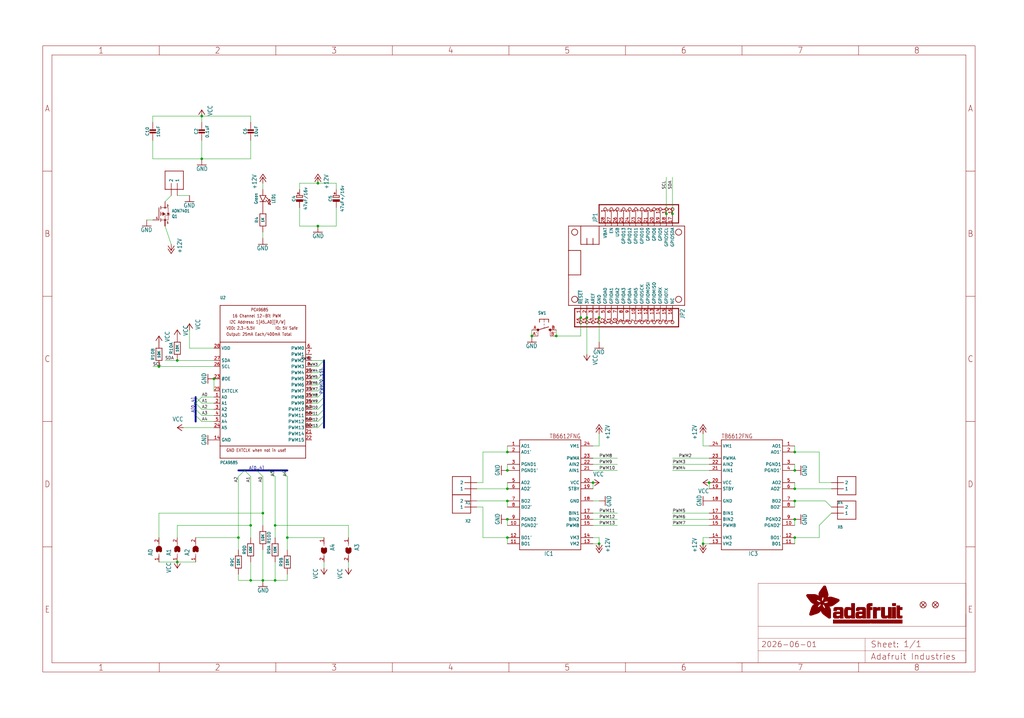
<source format=kicad_sch>
(kicad_sch (version 20230121) (generator eeschema)
  (paper "User" 425.45 298.602)
  (lib_symbols
    (symbol "working-eagle-import:+12V" (power)
      (property "Value" "+12V" (at -2.54 -5.08 90))
      (symbol "+12V_1_0"
        (pin power_in line (at 0 -2.54 90) (length 2.54) (name "+12V") (number "1"))
      )
    )
    (symbol "working-eagle-import:1X2-3.5MM"
      (symbol "1X2-3.5MM_1_0"
        (pin passive line (at -5.08 2.54 0) (length 5.08) (name "1") (number "1"))
        (pin passive line (at -5.08 0 0) (length 5.08) (name "2") (number "2"))
      )
    )
    (symbol "working-eagle-import:CAP_CERAMIC0805-NOOUTLINE"
      (property "Reference" "C" (at -2.29 1.25 90))
      (symbol "CAP_CERAMIC0805-NOOUTLINE_1_0"
        (pin passive line (at 0 5.08 270) (length 2.54) (name "1") (number "1"))
        (pin passive line (at 0 -2.54 90) (length 2.54) (name "2") (number "2"))
      )
    )
    (symbol "working-eagle-import:CAP_ELECTROLYTICPANASONIC_C"
      (property "Reference" "C" (at -2.39 1.25 90))
      (symbol "CAP_ELECTROLYTICPANASONIC_C_1_0"
        (pin passive line (at 0 5.08 270) (length 2.54) (name "+") (number "+"))
        (pin passive line (at 0 -2.54 90) (length 2.54) (name "-") (number "-"))
      )
    )
    (symbol "working-eagle-import:FEATHERWING"
      (symbol "FEATHERWING_1_0"
        (pin input line (at 5.08 -5.08 90) (length 5.08) (name "~{RESET}") (number "1"))
        (pin bidirectional line (at 27.94 -5.08 90) (length 5.08) (name "GPIOA5") (number "10"))
        (pin bidirectional line (at 30.48 -5.08 90) (length 5.08) (name "GPIOSCK") (number "11"))
        (pin bidirectional line (at 33.02 -5.08 90) (length 5.08) (name "GPIOMOSI") (number "12"))
        (pin bidirectional line (at 35.56 -5.08 90) (length 5.08) (name "GPIOMISO") (number "13"))
        (pin bidirectional line (at 38.1 -5.08 90) (length 5.08) (name "GPIORX") (number "14"))
        (pin bidirectional line (at 40.64 -5.08 90) (length 5.08) (name "GPIOTX") (number "15"))
        (pin passive line (at 43.18 -5.08 90) (length 5.08) (name "NC") (number "16"))
        (pin bidirectional line (at 43.18 38.1 270) (length 5.08) (name "GPIOSDA") (number "17"))
        (pin bidirectional line (at 40.64 38.1 270) (length 5.08) (name "GPIOSCL") (number "18"))
        (pin bidirectional line (at 38.1 38.1 270) (length 5.08) (name "GPIO5") (number "19"))
        (pin power_in line (at 7.62 -5.08 90) (length 5.08) (name "3V") (number "2"))
        (pin bidirectional line (at 35.56 38.1 270) (length 5.08) (name "GPIO6") (number "20"))
        (pin bidirectional line (at 33.02 38.1 270) (length 5.08) (name "GPIO9") (number "21"))
        (pin bidirectional line (at 30.48 38.1 270) (length 5.08) (name "GPIO10") (number "22"))
        (pin bidirectional line (at 27.94 38.1 270) (length 5.08) (name "GPIO11") (number "23"))
        (pin bidirectional line (at 25.4 38.1 270) (length 5.08) (name "GPIO12") (number "24"))
        (pin bidirectional line (at 22.86 38.1 270) (length 5.08) (name "GPIO13") (number "25"))
        (pin power_in line (at 20.32 38.1 270) (length 5.08) (name "USB") (number "26"))
        (pin passive line (at 17.78 38.1 270) (length 5.08) (name "EN") (number "27"))
        (pin power_in line (at 15.24 38.1 270) (length 5.08) (name "VBAT") (number "28"))
        (pin passive line (at 10.16 -5.08 90) (length 5.08) (name "AREF") (number "3"))
        (pin power_in line (at 12.7 -5.08 90) (length 5.08) (name "GND") (number "4"))
        (pin bidirectional line (at 15.24 -5.08 90) (length 5.08) (name "GPIOA0") (number "5"))
        (pin bidirectional line (at 17.78 -5.08 90) (length 5.08) (name "GPIOA1") (number "6"))
        (pin bidirectional line (at 20.32 -5.08 90) (length 5.08) (name "GPIOA2") (number "7"))
        (pin bidirectional line (at 22.86 -5.08 90) (length 5.08) (name "GPIOA3") (number "8"))
        (pin bidirectional line (at 25.4 -5.08 90) (length 5.08) (name "GPIOA4") (number "9"))
      )
    )
    (symbol "working-eagle-import:FIDUCIAL{dblquote}{dblquote}")
    (symbol "working-eagle-import:FRAME_A3_ADAFRUIT"
      (symbol "FRAME_A3_ADAFRUIT_1_0"
        (text "${#}/${##}" (at 357.505 10.16 0) (effects (font (size 2.54 2.54)) (justify left bottom)))
        (text "${CURRENT_DATE}" (at 298.45 10.16 0) (effects (font (size 2.286 2.286)) (justify left bottom)))
        (text "${PROJECTNAME}" (at 298.45 15.24 0) (effects (font (size 2.54 2.54)) (justify left bottom)))
        (text "1" (at 24.2094 1.905 0) (effects (font (size 2.54 2.286))))
        (text "1" (at 24.2094 258.445 0) (effects (font (size 2.54 2.286))))
        (text "2" (at 72.6281 1.905 0) (effects (font (size 2.54 2.286))))
        (text "2" (at 72.6281 258.445 0) (effects (font (size 2.54 2.286))))
        (text "3" (at 121.0469 1.905 0) (effects (font (size 2.54 2.286))))
        (text "3" (at 121.0469 258.445 0) (effects (font (size 2.54 2.286))))
        (text "4" (at 169.4656 1.905 0) (effects (font (size 2.54 2.286))))
        (text "4" (at 169.4656 258.445 0) (effects (font (size 2.54 2.286))))
        (text "5" (at 217.8844 1.905 0) (effects (font (size 2.54 2.286))))
        (text "5" (at 217.8844 258.445 0) (effects (font (size 2.54 2.286))))
        (text "6" (at 266.3031 1.905 0) (effects (font (size 2.54 2.286))))
        (text "6" (at 266.3031 258.445 0) (effects (font (size 2.54 2.286))))
        (text "7" (at 314.7219 1.905 0) (effects (font (size 2.54 2.286))))
        (text "7" (at 314.7219 258.445 0) (effects (font (size 2.54 2.286))))
        (text "8" (at 363.1406 1.905 0) (effects (font (size 2.54 2.286))))
        (text "8" (at 363.1406 258.445 0) (effects (font (size 2.54 2.286))))
        (text "A" (at 1.905 234.315 0) (effects (font (size 2.54 2.286))))
        (text "A" (at 385.445 234.315 0) (effects (font (size 2.54 2.286))))
        (text "Adafruit Industries" (at 343.916 4.953 0) (effects (font (size 2.54 2.54)) (justify left bottom)))
        (text "B" (at 1.905 182.245 0) (effects (font (size 2.54 2.286))))
        (text "B" (at 385.445 182.245 0) (effects (font (size 2.54 2.286))))
        (text "C" (at 1.905 130.175 0) (effects (font (size 2.54 2.286))))
        (text "C" (at 385.445 130.175 0) (effects (font (size 2.54 2.286))))
        (text "D" (at 1.905 78.105 0) (effects (font (size 2.54 2.286))))
        (text "D" (at 385.445 78.105 0) (effects (font (size 2.54 2.286))))
        (text "E" (at 1.905 26.035 0) (effects (font (size 2.54 2.286))))
        (text "E" (at 385.445 26.035 0) (effects (font (size 2.54 2.286))))
        (text "Sheet:" (at 343.916 10.033 0) (effects (font (size 2.54 2.54)) (justify left bottom)))
      )
    )
    (symbol "working-eagle-import:GND" (power)
      (property "Value" "GND" (at -2.54 -2.54 0))
      (symbol "GND_1_0"
        (pin power_in line (at 0 2.54 270) (length 2.54) (name "GND") (number "1"))
      )
    )
    (symbol "working-eagle-import:HEADER-1X12"
      (property "Reference" "JP" (at -6.35 18.415 0))
      (symbol "HEADER-1X12_1_0"
        (pin passive inverted (at -2.54 15.24 0) (length 2.54) (name "1") (number "1"))
        (pin passive inverted (at -2.54 -7.62 0) (length 2.54) (name "10") (number "10"))
        (pin passive inverted (at -2.54 -10.16 0) (length 2.54) (name "11") (number "11"))
        (pin passive inverted (at -2.54 -12.7 0) (length 2.54) (name "12") (number "12"))
        (pin passive inverted (at -2.54 12.7 0) (length 2.54) (name "2") (number "2"))
        (pin passive inverted (at -2.54 10.16 0) (length 2.54) (name "3") (number "3"))
        (pin passive inverted (at -2.54 7.62 0) (length 2.54) (name "4") (number "4"))
        (pin passive inverted (at -2.54 5.08 0) (length 2.54) (name "5") (number "5"))
        (pin passive inverted (at -2.54 2.54 0) (length 2.54) (name "6") (number "6"))
        (pin passive inverted (at -2.54 0 0) (length 2.54) (name "7") (number "7"))
        (pin passive inverted (at -2.54 -2.54 0) (length 2.54) (name "8") (number "8"))
        (pin passive inverted (at -2.54 -5.08 0) (length 2.54) (name "9") (number "9"))
      )
    )
    (symbol "working-eagle-import:HEADER-1X16ROUND"
      (property "Reference" "JP" (at -6.35 20.955 0))
      (symbol "HEADER-1X16ROUND_1_0"
        (pin passive inverted (at -2.54 17.78 0) (length 2.54) (name "1") (number "1"))
        (pin passive inverted (at -2.54 -5.08 0) (length 2.54) (name "10") (number "10"))
        (pin passive inverted (at -2.54 -7.62 0) (length 2.54) (name "11") (number "11"))
        (pin passive inverted (at -2.54 -10.16 0) (length 2.54) (name "12") (number "12"))
        (pin passive inverted (at -2.54 -12.7 0) (length 2.54) (name "13") (number "13"))
        (pin passive inverted (at -2.54 -15.24 0) (length 2.54) (name "14") (number "14"))
        (pin passive inverted (at -2.54 -17.78 0) (length 2.54) (name "15") (number "15"))
        (pin passive inverted (at -2.54 -20.32 0) (length 2.54) (name "16") (number "16"))
        (pin passive inverted (at -2.54 15.24 0) (length 2.54) (name "2") (number "2"))
        (pin passive inverted (at -2.54 12.7 0) (length 2.54) (name "3") (number "3"))
        (pin passive inverted (at -2.54 10.16 0) (length 2.54) (name "4") (number "4"))
        (pin passive inverted (at -2.54 7.62 0) (length 2.54) (name "5") (number "5"))
        (pin passive inverted (at -2.54 5.08 0) (length 2.54) (name "6") (number "6"))
        (pin passive inverted (at -2.54 2.54 0) (length 2.54) (name "7") (number "7"))
        (pin passive inverted (at -2.54 0 0) (length 2.54) (name "8") (number "8"))
        (pin passive inverted (at -2.54 -2.54 0) (length 2.54) (name "9") (number "9"))
      )
    )
    (symbol "working-eagle-import:LED0805_NOOUTLINE"
      (property "Reference" "D" (at -1.27 4.445 0))
      (symbol "LED0805_NOOUTLINE_1_0"
        (pin passive line (at -5.08 0 0) (length 2.54) (name "A") (number "A"))
        (pin passive line (at 2.54 0 180) (length 2.54) (name "C") (number "C"))
      )
    )
    (symbol "working-eagle-import:MOSFET-P-POWERDI3333"
      (property "Reference" "Q" (at 2.794 0.381 0))
      (symbol "MOSFET-P-POWERDI3333_1_0"
        (text "D" (at 0.635 -3.81 0) (effects (font (size 0.8128 0.6908)) (justify left bottom)))
        (text "G" (at -3.81 1.27 0) (effects (font (size 0.8128 0.6908)) (justify left bottom)))
        (text "S" (at 0.635 3.175 0) (effects (font (size 0.8128 0.6908)) (justify left bottom)))
        (pin passive line (at 0 5.08 270) (length 2.54) (name "S") (number "1"))
        (pin passive line (at 0 5.08 270) (length 2.54) (name "S") (number "2"))
        (pin passive line (at 0 5.08 270) (length 2.54) (name "S") (number "3"))
        (pin passive line (at -5.08 2.54 0) (length 2.54) (name "G") (number "4"))
        (pin passive line (at 0 -5.08 90) (length 2.54) (name "D") (number "5678"))
      )
    )
    (symbol "working-eagle-import:PCA9685"
      (property "Reference" "U" (at -17.78 35.56 0))
      (symbol "PCA9685_1_0"
        (text "16 Channel 12-Bit PWM" (at -12.7 27.94 0) (effects (font (size 1.27 1.0795)) (justify left bottom)))
        (text "GND EXTCLK when not in use!" (at -15.24 -27.94 0) (effects (font (size 1.27 1.0795)) (justify left bottom)))
        (text "I2C Address: 1[A5..A0][R/W]" (at -13.97 25.4 0) (effects (font (size 1.27 1.0795)) (justify left bottom)))
        (text "IO: 5V Safe" (at 5.08 22.86 0) (effects (font (size 1.27 1.0795)) (justify left bottom)))
        (text "Output: 25mA Each/400mA Total" (at -15.24 20.32 0) (effects (font (size 1.27 1.0795)) (justify left bottom)))
        (text "PCA9685" (at -5.08 30.48 0) (effects (font (size 1.27 1.0795)) (justify left bottom)))
        (text "VDD: 2.3-5.5V" (at -15.24 22.86 0) (effects (font (size 1.27 1.0795)) (justify left bottom)))
        (pin bidirectional line (at -20.32 -5.08 0) (length 2.54) (name "A0") (number "1"))
        (pin output line (at 20.32 5.08 180) (length 2.54) (name "PWM4") (number "10"))
        (pin output line (at 20.32 2.54 180) (length 2.54) (name "PWM5") (number "11"))
        (pin output line (at 20.32 0 180) (length 2.54) (name "PWM6") (number "12"))
        (pin output line (at 20.32 -2.54 180) (length 2.54) (name "PWM7") (number "13"))
        (pin power_in line (at -20.32 -22.86 0) (length 2.54) (name "GND") (number "14"))
        (pin output line (at 20.32 -5.08 180) (length 2.54) (name "PWM8") (number "15"))
        (pin output line (at 20.32 -7.62 180) (length 2.54) (name "PWM9") (number "16"))
        (pin output line (at 20.32 -10.16 180) (length 2.54) (name "PWM10") (number "17"))
        (pin output line (at 20.32 -12.7 180) (length 2.54) (name "PWM11") (number "18"))
        (pin output line (at 20.32 -15.24 180) (length 2.54) (name "PWM12") (number "19"))
        (pin bidirectional line (at -20.32 -7.62 0) (length 2.54) (name "A1") (number "2"))
        (pin output line (at 20.32 -17.78 180) (length 2.54) (name "PWM13") (number "20"))
        (pin output line (at 20.32 -20.32 180) (length 2.54) (name "PWM14") (number "21"))
        (pin output line (at 20.32 -22.86 180) (length 2.54) (name "PWM15") (number "22"))
        (pin input line (at -20.32 2.54 0) (length 2.54) (name "#OE") (number "23"))
        (pin bidirectional line (at -20.32 -17.78 0) (length 2.54) (name "A5") (number "24"))
        (pin input line (at -20.32 -2.54 0) (length 2.54) (name "EXTCLK") (number "25"))
        (pin bidirectional line (at -20.32 7.62 0) (length 2.54) (name "SCL") (number "26"))
        (pin bidirectional line (at -20.32 10.16 0) (length 2.54) (name "SDA") (number "27"))
        (pin power_in line (at -20.32 15.24 0) (length 2.54) (name "VDD") (number "28"))
        (pin bidirectional line (at -20.32 -10.16 0) (length 2.54) (name "A2") (number "3"))
        (pin bidirectional line (at -20.32 -12.7 0) (length 2.54) (name "A3") (number "4"))
        (pin bidirectional line (at -20.32 -15.24 0) (length 2.54) (name "A4") (number "5"))
        (pin output line (at 20.32 15.24 180) (length 2.54) (name "PWM0") (number "6"))
        (pin output line (at 20.32 12.7 180) (length 2.54) (name "PWM1") (number "7"))
        (pin output line (at 20.32 10.16 180) (length 2.54) (name "PWM2") (number "8"))
        (pin output line (at 20.32 7.62 180) (length 2.54) (name "PWM3") (number "9"))
      )
    )
    (symbol "working-eagle-import:RESISTOR0805_NOOUTLINE"
      (property "Reference" "R" (at 0 2.54 0))
      (symbol "RESISTOR0805_NOOUTLINE_1_0"
        (pin passive line (at -5.08 0 0) (length 2.54) (name "1") (number "1"))
        (pin passive line (at 5.08 0 180) (length 2.54) (name "2") (number "2"))
      )
    )
    (symbol "working-eagle-import:RESISTOR_4PACK"
      (property "Reference" "R" (at 0 2.54 0))
      (symbol "RESISTOR_4PACK_1_0"
        (pin passive line (at -5.08 0 0) (length 2.54) (name "1") (number "1"))
        (pin passive line (at 5.08 0 180) (length 2.54) (name "2") (number "8"))
      )
      (symbol "RESISTOR_4PACK_2_0"
        (pin passive line (at -5.08 0 0) (length 2.54) (name "1") (number "2"))
        (pin passive line (at 5.08 0 180) (length 2.54) (name "2") (number "7"))
      )
      (symbol "RESISTOR_4PACK_3_0"
        (pin passive line (at -5.08 0 0) (length 2.54) (name "1") (number "3"))
        (pin passive line (at 5.08 0 180) (length 2.54) (name "2") (number "6"))
      )
      (symbol "RESISTOR_4PACK_4_0"
        (pin passive line (at -5.08 0 0) (length 2.54) (name "1") (number "4"))
        (pin passive line (at 5.08 0 180) (length 2.54) (name "2") (number "5"))
      )
    )
    (symbol "working-eagle-import:SOLDERJUMPERREFLOW_NOPASTE"
      (property "Reference" "SJ" (at -2.54 2.54 0))
      (symbol "SOLDERJUMPERREFLOW_NOPASTE_1_0"
        (pin passive line (at -5.08 0 0) (length 2.54) (name "1") (number "1"))
        (pin passive line (at 5.08 0 180) (length 2.54) (name "2") (number "2"))
      )
    )
    (symbol "working-eagle-import:SWITCH_TACT_SMT4.6X2.8"
      (property "Reference" "SW" (at -2.54 6.35 0))
      (symbol "SWITCH_TACT_SMT4.6X2.8_1_0"
        (pin passive line (at -5.08 0 0) (length 2.54) (name "P") (number "A"))
        (pin passive line (at -5.08 -2.54 0) (length 2.54) (name "P1") (number "A'"))
        (pin passive line (at 5.08 0 180) (length 2.54) (name "S") (number "B"))
        (pin passive line (at 5.08 -2.54 180) (length 2.54) (name "S1") (number "B'"))
      )
    )
    (symbol "working-eagle-import:TB6612FNG"
      (property "Reference" "IC" (at -2.54 -25.4 0))
      (symbol "TB6612FNG_1_0"
        (text "TB6612FNG" (at 12.7 25.4 0) (effects (font (size 1.778 1.5113)) (justify right top)))
        (pin output line (at -17.78 20.32 0) (length 5.08) (name "AO1") (number "1"))
        (pin power_in line (at -17.78 -12.7 0) (length 5.08) (name "PGND2'") (number "10"))
        (pin output line (at -17.78 -20.32 0) (length 5.08) (name "BO1") (number "11"))
        (pin output line (at -17.78 -17.78 0) (length 5.08) (name "BO1'") (number "12"))
        (pin power_in line (at 17.78 -20.32 180) (length 5.08) (name "VM2") (number "13"))
        (pin power_in line (at 17.78 -17.78 180) (length 5.08) (name "VM3") (number "14"))
        (pin input line (at 17.78 -12.7 180) (length 5.08) (name "PWMB") (number "15"))
        (pin input line (at 17.78 -10.16 180) (length 5.08) (name "BIN2") (number "16"))
        (pin input line (at 17.78 -7.62 180) (length 5.08) (name "BIN1") (number "17"))
        (pin power_in line (at 17.78 -2.54 180) (length 5.08) (name "GND") (number "18"))
        (pin input line (at 17.78 2.54 180) (length 5.08) (name "STBY") (number "19"))
        (pin output line (at -17.78 17.78 0) (length 5.08) (name "AO1'") (number "2"))
        (pin power_in line (at 17.78 5.08 180) (length 5.08) (name "VCC") (number "20"))
        (pin input line (at 17.78 10.16 180) (length 5.08) (name "AIN1") (number "21"))
        (pin input line (at 17.78 12.7 180) (length 5.08) (name "AIN2") (number "22"))
        (pin input line (at 17.78 15.24 180) (length 5.08) (name "PWMA") (number "23"))
        (pin power_in line (at 17.78 20.32 180) (length 5.08) (name "VM1") (number "24"))
        (pin power_in line (at -17.78 12.7 0) (length 5.08) (name "PGND1") (number "3"))
        (pin power_in line (at -17.78 10.16 0) (length 5.08) (name "PGND1'") (number "4"))
        (pin output line (at -17.78 5.08 0) (length 5.08) (name "AO2") (number "5"))
        (pin output line (at -17.78 2.54 0) (length 5.08) (name "AO2'") (number "6"))
        (pin output line (at -17.78 -2.54 0) (length 5.08) (name "BO2") (number "7"))
        (pin output line (at -17.78 -5.08 0) (length 5.08) (name "BO2'") (number "8"))
        (pin power_in line (at -17.78 -10.16 0) (length 5.08) (name "PGND2") (number "9"))
      )
    )
    (symbol "working-eagle-import:TERMBLOCK_1X2"
      (property "Reference" "X" (at -2.54 7.62 0))
      (symbol "TERMBLOCK_1X2_1_0"
        (pin passive line (at -5.08 2.54 0) (length 5.08) (name "1") (number "1"))
        (pin passive line (at -5.08 0 0) (length 5.08) (name "2") (number "2"))
      )
    )
    (symbol "working-eagle-import:VCC" (power)
      (property "Value" "VCC" (at -2.54 -2.54 90))
      (symbol "VCC_1_0"
        (pin power_in line (at 0 -2.54 90) (length 2.54) (name "VCC") (number "1"))
      )
    )
  )
  (junction (at 220.98 139.7))
  (junction (at 83.82 48.26))
  (junction (at 114.3 241.3))
  (junction (at 231.14 139.7))
  (junction (at 294.64 200.66))
  (junction (at 330.2 208.28))
  (junction (at 210.82 208.28))
  (junction (at 73.66 233.68))
  (junction (at 83.82 66.04))
  (junction (at 246.38 200.66))
  (junction (at 330.2 195.58))
  (junction (at 241.3 132.08))
  (junction (at 330.2 223.52))
  (junction (at 330.2 215.9))
  (junction (at 109.22 241.3))
  (junction (at 73.66 149.86))
  (junction (at 210.82 195.58))
  (junction (at 66.04 152.4))
  (junction (at 279.4 88.9))
  (junction (at 210.82 203.2))
  (junction (at 132.08 93.98))
  (junction (at 119.38 223.52))
  (junction (at 243.84 132.08))
  (junction (at 330.2 203.2))
  (junction (at 330.2 187.96))
  (junction (at 292.1 226.06))
  (junction (at 104.14 241.3))
  (junction (at 248.92 132.08))
  (junction (at 88.9 157.48))
  (junction (at 210.82 215.9))
  (junction (at 99.06 223.52))
  (junction (at 210.82 223.52))
  (junction (at 104.14 218.44))
  (junction (at 210.82 187.96))
  (junction (at 109.22 213.36))
  (junction (at 276.86 88.9))
  (junction (at 114.3 218.44))
  (junction (at 248.92 226.06))
  (junction (at 132.08 76.2))
  (bus_entry (at 83.82 167.64) (size -2.54 -2.54))
  (bus_entry (at 104.14 198.12) (size -2.54 -2.54))
  (bus_entry (at 132.08 167.64) (size 2.54 -2.54))
  (bus_entry (at 132.08 160.02) (size 2.54 -2.54))
  (bus_entry (at 119.38 198.12) (size -2.54 -2.54))
  (bus_entry (at 132.08 170.18) (size 2.54 -2.54))
  (bus_entry (at 132.08 157.48) (size 2.54 -2.54))
  (bus_entry (at 132.08 162.56) (size 2.54 -2.54))
  (bus_entry (at 83.82 175.26) (size -2.54 -2.54))
  (bus_entry (at 132.08 152.4) (size 2.54 -2.54))
  (bus_entry (at 109.22 198.12) (size -2.54 -2.54))
  (bus_entry (at 132.08 172.72) (size 2.54 -2.54))
  (bus_entry (at 114.3 198.12) (size -2.54 -2.54))
  (bus_entry (at 99.06 198.12) (size 2.54 -2.54))
  (bus_entry (at 132.08 154.94) (size 2.54 -2.54))
  (bus_entry (at 83.82 165.1) (size -2.54 2.54))
  (bus_entry (at 83.82 170.18) (size -2.54 -2.54))
  (bus_entry (at 83.82 172.72) (size -2.54 -2.54))
  (bus_entry (at 132.08 175.26) (size 2.54 -2.54))
  (bus_entry (at 132.08 165.1) (size 2.54 -2.54))
  (bus_entry (at 132.08 177.8) (size 2.54 -2.54))
  (wire (pts (xy 246.38 195.58) (xy 256.54 195.58)) (stroke (width 0.1524)))
  (bus (pts (xy 81.28 172.72) (xy 81.28 175.26)) (stroke (width 0.762)))
  (wire (pts (xy 83.82 172.72) (xy 88.9 172.72)) (stroke (width 0.1524)))
  (bus (pts (xy 134.62 152.4) (xy 134.62 154.94)) (stroke (width 0.762)))
  (wire (pts (xy 139.7 93.98) (xy 139.7 86.36)) (stroke (width 0.1524)))
  (wire (pts (xy 330.2 223.52) (xy 340.36 223.52)) (stroke (width 0.1524)))
  (wire (pts (xy 241.3 139.7) (xy 241.3 132.08)) (stroke (width 0.1524)))
  (bus (pts (xy 134.62 165.1) (xy 134.62 167.64)) (stroke (width 0.762)))
  (wire (pts (xy 134.62 233.68) (xy 134.62 236.22)) (stroke (width 0.1524)))
  (wire (pts (xy 60.96 91.44) (xy 63.5 91.44)) (stroke (width 0.1524)))
  (bus (pts (xy 134.62 167.64) (xy 134.62 170.18)) (stroke (width 0.762)))
  (wire (pts (xy 330.2 187.96) (xy 330.2 185.42)) (stroke (width 0.1524)))
  (wire (pts (xy 104.14 241.3) (xy 99.06 241.3)) (stroke (width 0.1524)))
  (wire (pts (xy 132.08 76.2) (xy 124.46 76.2)) (stroke (width 0.1524)))
  (wire (pts (xy 68.58 83.82) (xy 71.12 81.28)) (stroke (width 0.1524)))
  (wire (pts (xy 73.66 149.86) (xy 68.58 149.86)) (stroke (width 0.1524)))
  (bus (pts (xy 134.62 172.72) (xy 134.62 175.26)) (stroke (width 0.762)))
  (wire (pts (xy 63.5 48.26) (xy 83.82 48.26)) (stroke (width 0.1524)))
  (wire (pts (xy 246.38 218.44) (xy 256.54 218.44)) (stroke (width 0.1524)))
  (wire (pts (xy 330.2 193.04) (xy 330.2 195.58)) (stroke (width 0.1524)))
  (wire (pts (xy 243.84 147.32) (xy 243.84 132.08)) (stroke (width 0.1524)))
  (wire (pts (xy 246.38 213.36) (xy 256.54 213.36)) (stroke (width 0.1524)))
  (wire (pts (xy 119.38 228.6) (xy 119.38 223.52)) (stroke (width 0.1524)))
  (wire (pts (xy 63.5 66.04) (xy 63.5 58.42)) (stroke (width 0.1524)))
  (wire (pts (xy 63.5 50.8) (xy 63.5 48.26)) (stroke (width 0.1524)))
  (wire (pts (xy 330.2 208.28) (xy 330.2 210.82)) (stroke (width 0.1524)))
  (wire (pts (xy 129.54 162.56) (xy 132.08 162.56)) (stroke (width 0.1524)))
  (wire (pts (xy 109.22 96.52) (xy 109.22 99.06)) (stroke (width 0.1524)))
  (wire (pts (xy 210.82 223.52) (xy 210.82 226.06)) (stroke (width 0.1524)))
  (wire (pts (xy 109.22 228.6) (xy 109.22 241.3)) (stroke (width 0.1524)))
  (wire (pts (xy 210.82 208.28) (xy 210.82 210.82)) (stroke (width 0.1524)))
  (wire (pts (xy 144.78 223.52) (xy 144.78 218.44)) (stroke (width 0.1524)))
  (wire (pts (xy 294.64 190.5) (xy 279.4 190.5)) (stroke (width 0.1524)))
  (wire (pts (xy 114.3 241.3) (xy 119.38 241.3)) (stroke (width 0.1524)))
  (wire (pts (xy 68.58 93.98) (xy 71.12 101.6)) (stroke (width 0.1524)))
  (wire (pts (xy 104.14 48.26) (xy 83.82 48.26)) (stroke (width 0.1524)))
  (wire (pts (xy 200.66 187.96) (xy 210.82 187.96)) (stroke (width 0.1524)))
  (wire (pts (xy 292.1 226.06) (xy 294.64 226.06)) (stroke (width 0.1524)))
  (wire (pts (xy 330.2 187.96) (xy 340.36 187.96)) (stroke (width 0.1524)))
  (wire (pts (xy 73.66 233.68) (xy 66.04 233.68)) (stroke (width 0.1524)))
  (wire (pts (xy 330.2 208.28) (xy 342.9 208.28)) (stroke (width 0.1524)))
  (wire (pts (xy 83.82 66.04) (xy 83.82 58.42)) (stroke (width 0.1524)))
  (wire (pts (xy 248.92 185.42) (xy 248.92 180.34)) (stroke (width 0.1524)))
  (wire (pts (xy 200.66 200.66) (xy 200.66 187.96)) (stroke (width 0.1524)))
  (wire (pts (xy 99.06 228.6) (xy 99.06 223.52)) (stroke (width 0.1524)))
  (wire (pts (xy 81.28 233.68) (xy 73.66 233.68)) (stroke (width 0.1524)))
  (wire (pts (xy 129.54 160.02) (xy 132.08 160.02)) (stroke (width 0.1524)))
  (wire (pts (xy 99.06 238.76) (xy 99.06 241.3)) (stroke (width 0.1524)))
  (wire (pts (xy 83.82 66.04) (xy 63.5 66.04)) (stroke (width 0.1524)))
  (wire (pts (xy 220.98 137.16) (xy 220.98 139.7)) (stroke (width 0.1524)))
  (wire (pts (xy 119.38 223.52) (xy 134.62 223.52)) (stroke (width 0.1524)))
  (wire (pts (xy 340.36 200.66) (xy 345.44 200.66)) (stroke (width 0.1524)))
  (wire (pts (xy 330.2 226.06) (xy 330.2 223.52)) (stroke (width 0.1524)))
  (wire (pts (xy 294.64 223.52) (xy 292.1 223.52)) (stroke (width 0.1524)))
  (wire (pts (xy 73.66 81.28) (xy 78.74 81.28)) (stroke (width 0.1524)))
  (wire (pts (xy 200.66 210.82) (xy 200.66 223.52)) (stroke (width 0.1524)))
  (wire (pts (xy 109.22 241.3) (xy 104.14 241.3)) (stroke (width 0.1524)))
  (wire (pts (xy 198.12 200.66) (xy 200.66 200.66)) (stroke (width 0.1524)))
  (wire (pts (xy 109.22 218.44) (xy 109.22 213.36)) (stroke (width 0.1524)))
  (wire (pts (xy 294.64 218.44) (xy 279.4 218.44)) (stroke (width 0.1524)))
  (bus (pts (xy 134.62 162.56) (xy 134.62 165.1)) (stroke (width 0.762)))
  (bus (pts (xy 134.62 170.18) (xy 134.62 172.72)) (stroke (width 0.762)))
  (bus (pts (xy 99.06 195.58) (xy 101.6 195.58)) (stroke (width 0.762)))
  (wire (pts (xy 198.12 210.82) (xy 200.66 210.82)) (stroke (width 0.1524)))
  (wire (pts (xy 83.82 66.04) (xy 104.14 66.04)) (stroke (width 0.1524)))
  (bus (pts (xy 81.28 165.1) (xy 81.28 167.64)) (stroke (width 0.762)))
  (wire (pts (xy 246.38 223.52) (xy 248.92 223.52)) (stroke (width 0.1524)))
  (wire (pts (xy 83.82 170.18) (xy 88.9 170.18)) (stroke (width 0.1524)))
  (wire (pts (xy 114.3 233.68) (xy 114.3 241.3)) (stroke (width 0.1524)))
  (wire (pts (xy 246.38 190.5) (xy 256.54 190.5)) (stroke (width 0.1524)))
  (wire (pts (xy 66.04 152.4) (xy 63.5 152.4)) (stroke (width 0.1524)))
  (wire (pts (xy 198.12 203.2) (xy 210.82 203.2)) (stroke (width 0.1524)))
  (wire (pts (xy 114.3 223.52) (xy 114.3 218.44)) (stroke (width 0.1524)))
  (wire (pts (xy 132.08 76.2) (xy 139.7 76.2)) (stroke (width 0.1524)))
  (wire (pts (xy 294.64 200.66) (xy 294.64 203.2)) (stroke (width 0.1524)))
  (wire (pts (xy 248.92 208.28) (xy 246.38 208.28)) (stroke (width 0.1524)))
  (wire (pts (xy 129.54 172.72) (xy 132.08 172.72)) (stroke (width 0.1524)))
  (wire (pts (xy 129.54 149.86) (xy 134.62 149.86)) (stroke (width 0.1524)))
  (wire (pts (xy 81.28 223.52) (xy 99.06 223.52)) (stroke (width 0.1524)))
  (wire (pts (xy 83.82 48.26) (xy 83.82 50.8)) (stroke (width 0.1524)))
  (wire (pts (xy 294.64 185.42) (xy 292.1 185.42)) (stroke (width 0.1524)))
  (wire (pts (xy 248.92 223.52) (xy 248.92 226.06)) (stroke (width 0.1524)))
  (wire (pts (xy 109.22 241.3) (xy 114.3 241.3)) (stroke (width 0.1524)))
  (wire (pts (xy 124.46 93.98) (xy 132.08 93.98)) (stroke (width 0.1524)))
  (wire (pts (xy 78.74 144.78) (xy 88.9 144.78)) (stroke (width 0.1524)))
  (wire (pts (xy 294.64 215.9) (xy 279.4 215.9)) (stroke (width 0.1524)))
  (wire (pts (xy 132.08 93.98) (xy 139.7 93.98)) (stroke (width 0.1524)))
  (wire (pts (xy 292.1 223.52) (xy 292.1 226.06)) (stroke (width 0.1524)))
  (wire (pts (xy 342.9 208.28) (xy 345.44 210.82)) (stroke (width 0.1524)))
  (wire (pts (xy 109.22 213.36) (xy 66.04 213.36)) (stroke (width 0.1524)))
  (wire (pts (xy 246.38 203.2) (xy 246.38 200.66)) (stroke (width 0.1524)))
  (wire (pts (xy 119.38 223.52) (xy 119.38 198.12)) (stroke (width 0.1524)))
  (wire (pts (xy 124.46 76.2) (xy 124.46 78.74)) (stroke (width 0.1524)))
  (bus (pts (xy 134.62 154.94) (xy 134.62 157.48)) (stroke (width 0.762)))
  (bus (pts (xy 101.6 195.58) (xy 106.68 195.58)) (stroke (width 0.762)))
  (wire (pts (xy 330.2 200.66) (xy 330.2 203.2)) (stroke (width 0.1524)))
  (wire (pts (xy 330.2 203.2) (xy 345.44 203.2)) (stroke (width 0.1524)))
  (wire (pts (xy 114.3 218.44) (xy 114.3 198.12)) (stroke (width 0.1524)))
  (wire (pts (xy 124.46 86.36) (xy 124.46 93.98)) (stroke (width 0.1524)))
  (wire (pts (xy 109.22 213.36) (xy 109.22 198.12)) (stroke (width 0.1524)))
  (wire (pts (xy 78.74 137.16) (xy 78.74 144.78)) (stroke (width 0.1524)))
  (wire (pts (xy 109.22 78.74) (xy 109.22 76.2)) (stroke (width 0.1524)))
  (wire (pts (xy 83.82 165.1) (xy 88.9 165.1)) (stroke (width 0.1524)))
  (wire (pts (xy 129.54 165.1) (xy 132.08 165.1)) (stroke (width 0.1524)))
  (bus (pts (xy 134.62 157.48) (xy 134.62 160.02)) (stroke (width 0.762)))
  (wire (pts (xy 246.38 193.04) (xy 256.54 193.04)) (stroke (width 0.1524)))
  (wire (pts (xy 231.14 139.7) (xy 241.3 139.7)) (stroke (width 0.1524)))
  (bus (pts (xy 81.28 167.64) (xy 81.28 170.18)) (stroke (width 0.762)))
  (wire (pts (xy 210.82 193.04) (xy 210.82 195.58)) (stroke (width 0.1524)))
  (wire (pts (xy 129.54 152.4) (xy 132.08 152.4)) (stroke (width 0.1524)))
  (bus (pts (xy 81.28 170.18) (xy 81.28 172.72)) (stroke (width 0.762)))
  (wire (pts (xy 129.54 157.48) (xy 132.08 157.48)) (stroke (width 0.1524)))
  (wire (pts (xy 340.36 223.52) (xy 340.36 218.44)) (stroke (width 0.1524)))
  (wire (pts (xy 88.9 162.56) (xy 88.9 157.48)) (stroke (width 0.1524)))
  (wire (pts (xy 73.66 223.52) (xy 73.66 218.44)) (stroke (width 0.1524)))
  (wire (pts (xy 231.14 137.16) (xy 231.14 139.7)) (stroke (width 0.1524)))
  (bus (pts (xy 134.62 149.86) (xy 134.62 152.4)) (stroke (width 0.762)))
  (wire (pts (xy 246.38 185.42) (xy 248.92 185.42)) (stroke (width 0.1524)))
  (wire (pts (xy 210.82 200.66) (xy 210.82 203.2)) (stroke (width 0.1524)))
  (wire (pts (xy 104.14 218.44) (xy 104.14 198.12)) (stroke (width 0.1524)))
  (wire (pts (xy 76.2 177.8) (xy 88.9 177.8)) (stroke (width 0.1524)))
  (wire (pts (xy 340.36 218.44) (xy 345.44 213.36)) (stroke (width 0.1524)))
  (wire (pts (xy 144.78 236.22) (xy 144.78 233.68)) (stroke (width 0.1524)))
  (wire (pts (xy 330.2 215.9) (xy 330.2 218.44)) (stroke (width 0.1524)))
  (bus (pts (xy 134.62 160.02) (xy 134.62 162.56)) (stroke (width 0.762)))
  (wire (pts (xy 248.92 142.24) (xy 248.92 132.08)) (stroke (width 0.1524)))
  (wire (pts (xy 83.82 167.64) (xy 88.9 167.64)) (stroke (width 0.1524)))
  (wire (pts (xy 200.66 223.52) (xy 210.82 223.52)) (stroke (width 0.1524)))
  (wire (pts (xy 294.64 195.58) (xy 279.4 195.58)) (stroke (width 0.1524)))
  (wire (pts (xy 210.82 215.9) (xy 210.82 218.44)) (stroke (width 0.1524)))
  (wire (pts (xy 340.36 187.96) (xy 340.36 200.66)) (stroke (width 0.1524)))
  (wire (pts (xy 83.82 175.26) (xy 88.9 175.26)) (stroke (width 0.1524)))
  (wire (pts (xy 104.14 233.68) (xy 104.14 241.3)) (stroke (width 0.1524)))
  (wire (pts (xy 99.06 223.52) (xy 99.06 198.12)) (stroke (width 0.1524)))
  (wire (pts (xy 104.14 48.26) (xy 104.14 50.8)) (stroke (width 0.1524)))
  (wire (pts (xy 129.54 167.64) (xy 132.08 167.64)) (stroke (width 0.1524)))
  (bus (pts (xy 134.62 175.26) (xy 134.62 177.8)) (stroke (width 0.762)))
  (wire (pts (xy 246.38 215.9) (xy 256.54 215.9)) (stroke (width 0.1524)))
  (wire (pts (xy 114.3 218.44) (xy 144.78 218.44)) (stroke (width 0.1524)))
  (wire (pts (xy 104.14 66.04) (xy 104.14 58.42)) (stroke (width 0.1524)))
  (bus (pts (xy 116.84 195.58) (xy 119.38 195.58)) (stroke (width 0.762)))
  (wire (pts (xy 88.9 149.86) (xy 73.66 149.86)) (stroke (width 0.1524)))
  (wire (pts (xy 198.12 208.28) (xy 210.82 208.28)) (stroke (width 0.1524)))
  (wire (pts (xy 292.1 185.42) (xy 292.1 180.34)) (stroke (width 0.1524)))
  (wire (pts (xy 248.92 226.06) (xy 246.38 226.06)) (stroke (width 0.1524)))
  (wire (pts (xy 104.14 223.52) (xy 104.14 218.44)) (stroke (width 0.1524)))
  (wire (pts (xy 129.54 170.18) (xy 132.08 170.18)) (stroke (width 0.1524)))
  (bus (pts (xy 106.68 195.58) (xy 111.76 195.58)) (stroke (width 0.762)))
  (wire (pts (xy 66.04 223.52) (xy 66.04 213.36)) (stroke (width 0.1524)))
  (wire (pts (xy 294.64 193.04) (xy 279.4 193.04)) (stroke (width 0.1524)))
  (wire (pts (xy 294.64 213.36) (xy 279.4 213.36)) (stroke (width 0.1524)))
  (wire (pts (xy 129.54 177.8) (xy 132.08 177.8)) (stroke (width 0.1524)))
  (wire (pts (xy 129.54 175.26) (xy 132.08 175.26)) (stroke (width 0.1524)))
  (wire (pts (xy 276.86 88.9) (xy 276.86 73.66)) (stroke (width 0.1524)))
  (wire (pts (xy 88.9 152.4) (xy 66.04 152.4)) (stroke (width 0.1524)))
  (wire (pts (xy 119.38 241.3) (xy 119.38 238.76)) (stroke (width 0.1524)))
  (wire (pts (xy 279.4 73.66) (xy 279.4 88.9)) (stroke (width 0.1524)))
  (wire (pts (xy 129.54 154.94) (xy 132.08 154.94)) (stroke (width 0.1524)))
  (wire (pts (xy 210.82 185.42) (xy 210.82 187.96)) (stroke (width 0.1524)))
  (wire (pts (xy 139.7 76.2) (xy 139.7 78.74)) (stroke (width 0.1524)))
  (bus (pts (xy 111.76 195.58) (xy 116.84 195.58)) (stroke (width 0.762)))
  (wire (pts (xy 104.14 218.44) (xy 73.66 218.44)) (stroke (width 0.1524)))
  (label "PWM8" (at 132.08 165.1 180) (effects (font (size 1.016 1.016))))
  (label "PWM2" (at 129.54 149.86 180) (effects (font (size 1.016 1.016))))
  (label "A3" (at 83.82 172.72 0) (effects (font (size 1.2446 1.2446))))
  (label "A4" (at 119.38 198.12 90) (effects (font (size 1.2446 1.2446))))
  (label "PWM12" (at 248.92 215.9 0) (effects (font (size 1.2446 1.2446))))
  (label "PWM6" (at 279.4 215.9 0) (effects (font (size 1.2446 1.2446))))
  (label "PWM8" (at 248.92 190.5 0) (effects (font (size 1.2446 1.2446))))
  (label "A0" (at 109.22 198.12 270) (effects (font (size 1.2446 1.2446))))
  (label "PWM4" (at 132.08 154.94 180) (effects (font (size 1.016 1.016))))
  (label "PWM4" (at 279.4 195.58 0) (effects (font (size 1.2446 1.2446))))
  (label "PWM6" (at 132.08 160.02 180) (effects (font (size 1.016 1.016))))
  (label "A[0..4]" (at 109.855 195.58 180) (effects (font (size 1.2446 1.2446))))
  (label "PWM7" (at 279.4 218.44 0) (effects (font (size 1.2446 1.2446))))
  (label "A1" (at 104.14 198.12 270) (effects (font (size 1.2446 1.2446))))
  (label "PWM9" (at 248.92 193.04 0) (effects (font (size 1.2446 1.2446))))
  (label "PWM9" (at 132.08 167.64 180) (effects (font (size 1.016 1.016))))
  (label "PWM11" (at 132.08 172.72 180) (effects (font (size 1.016 1.016))))
  (label "PWM5" (at 279.4 213.36 0) (effects (font (size 1.2446 1.2446))))
  (label "PWM2" (at 281.94 190.5 0) (effects (font (size 1.2446 1.2446))))
  (label "PWM11" (at 248.92 213.36 0) (effects (font (size 1.2446 1.2446))))
  (label "PWM13" (at 132.08 177.8 180) (effects (font (size 1.016 1.016))))
  (label "SCL" (at 276.86 78.74 90) (effects (font (size 1.2446 1.2446))))
  (label "SCL" (at 63.5 152.4 0) (effects (font (size 1.2446 1.2446))))
  (label "PWM10" (at 132.08 170.18 180) (effects (font (size 1.016 1.016))))
  (label "PWM3" (at 279.4 193.04 0) (effects (font (size 1.2446 1.2446))))
  (label "A4" (at 83.82 175.26 0) (effects (font (size 1.2446 1.2446))))
  (label "PWM[0..15]" (at 134.62 163.83 90) (effects (font (size 1.2446 1.2446))))
  (label "PWM3" (at 132.08 152.4 180) (effects (font (size 1.016 1.016))))
  (label "A1" (at 83.82 167.64 0) (effects (font (size 1.2446 1.2446))))
  (label "A2" (at 99.06 198.12 270) (effects (font (size 1.2446 1.2446))))
  (label "A0" (at 83.82 165.1 0) (effects (font (size 1.2446 1.2446))))
  (label "SDA" (at 68.58 149.86 0) (effects (font (size 1.2446 1.2446))))
  (label "A3" (at 114.3 198.12 90) (effects (font (size 1.2446 1.2446))))
  (label "PWM10" (at 248.92 195.58 0) (effects (font (size 1.2446 1.2446))))
  (label "PWM7" (at 132.08 162.56 180) (effects (font (size 1.016 1.016))))
  (label "PWM5" (at 132.08 157.48 180) (effects (font (size 1.016 1.016))))
  (label "A2" (at 83.82 170.18 0) (effects (font (size 1.2446 1.2446))))
  (label "SDA" (at 279.4 78.74 90) (effects (font (size 1.2446 1.2446))))
  (label "A[0..4]" (at 81.28 165.1 270) (effects (font (size 1.2446 1.2446))))
  (label "PWM12" (at 132.08 175.26 180) (effects (font (size 1.016 1.016))))
  (label "PWM13" (at 248.92 218.44 0) (effects (font (size 1.2446 1.2446))))
  (symbol (lib_id "working-eagle-import:SOLDERJUMPERREFLOW_NOPASTE") (at 144.78 228.6 270) (unit 1)
    (property "Reference" "A3" (at 147.32 226.06 0) (effects (font (size 1.778 1.5113)) (justify left bottom)))
    (property "Value" "SOLDERJUMPERREFLOW_NOPASTE" (effects hide))
    (property "Footprint" "working:SOLDERJUMPER_REFLOW_NOPASTE" (effects hide))
  )
  (symbol (lib_id "working-eagle-import:CAP_CERAMIC0805-NOOUTLINE") (at 104.14 55.88 0) (unit 1)
    (property "Reference" "C6" (at 101.85 54.63 90))
    (property "Value" "10uF" (at 106.44 54.63 90))
    (property "Footprint" "working:0805-NO" (effects hide))
  )
  (symbol (lib_id "working-eagle-import:RESISTOR_4PACK") (at 119.38 233.68 90) (unit 2)
    (property "Reference" "R9" (at 116.84 233.68 0))
    (property "Value" "10K" (at 119.38 233.68 0) (effects (font (size 1.016 1.016) bold)))
    (property "Footprint" "working:RESPACK_4X0603" (effects hide))
  )
  (symbol (lib_id "working-eagle-import:GND") (at 78.74 83.82 0) (unit 1)
    (property "Reference" "#GND13" (effects hide))
    (property "Value" "GND" (at 76.2 86.36 0) (effects (font (size 1.778 1.5113)) (justify left bottom)))
  )
  (symbol (lib_id "working-eagle-import:VCC") (at 248.92 200.66 270) (unit 1)
    (property "Reference" "#P+5" (effects hide))
    (property "Value" "VCC" (at 246.38 198.12 90) (effects (font (size 1.778 1.5113)) (justify left bottom)))
  )
  (symbol (lib_id "working-eagle-import:SOLDERJUMPERREFLOW_NOPASTE") (at 81.28 228.6 90) (unit 1)
    (property "Reference" "A2" (at 78.74 231.14 0) (effects (font (size 1.778 1.5113)) (justify left bottom)))
    (property "Value" "SOLDERJUMPERREFLOW_NOPASTE" (effects hide))
    (property "Footprint" "working:SOLDERJUMPER_REFLOW_NOPASTE" (effects hide))
  )
  (symbol (lib_id "working-eagle-import:GND") (at 251.46 208.28 90) (unit 1)
    (property "Reference" "#GND1" (effects hide))
    (property "Value" "GND" (at 254 210.82 0) (effects (font (size 1.778 1.5113)) (justify left bottom)))
  )
  (symbol (lib_id "working-eagle-import:GND") (at 208.28 195.58 270) (unit 1)
    (property "Reference" "#GND4" (effects hide))
    (property "Value" "GND" (at 205.74 193.04 0) (effects (font (size 1.778 1.5113)) (justify left bottom)))
  )
  (symbol (lib_id "working-eagle-import:TB6612FNG") (at 312.42 205.74 0) (mirror y) (unit 1)
    (property "Reference" "IC3" (at 314.96 231.14 0) (effects (font (size 1.778 1.5113)) (justify left bottom)))
    (property "Value" "TB6612FNG" (effects hide))
    (property "Footprint" "working:SSOP24" (effects hide))
  )
  (symbol (lib_id "working-eagle-import:HEADER-1X16ROUND") (at 261.62 134.62 270) (unit 1)
    (property "Reference" "JP2" (at 282.575 128.27 0) (effects (font (size 1.778 1.5113)) (justify left bottom)))
    (property "Value" "HEADER-1X16ROUND" (effects hide))
    (property "Footprint" "working:1X16_ROUND" (effects hide))
  )
  (symbol (lib_id "working-eagle-import:CAP_ELECTROLYTICPANASONIC_C") (at 124.46 83.82 0) (unit 1)
    (property "Reference" "C4" (at 122.07 82.57 90))
    (property "Value" "47uF/16v" (at 126.96 82.57 90))
    (property "Footprint" "working:PANASONIC_C" (effects hide))
  )
  (symbol (lib_id "working-eagle-import:VCC") (at 78.74 134.62 0) (mirror y) (unit 1)
    (property "Reference" "#P+16" (effects hide))
    (property "Value" "VCC" (at 81.28 137.16 90) (effects (font (size 1.778 1.5113)) (justify left bottom)))
  )
  (symbol (lib_id "working-eagle-import:SOLDERJUMPERREFLOW_NOPASTE") (at 134.62 228.6 270) (unit 1)
    (property "Reference" "A4" (at 137.16 226.06 0) (effects (font (size 1.778 1.5113)) (justify left bottom)))
    (property "Value" "SOLDERJUMPERREFLOW_NOPASTE" (effects hide))
    (property "Footprint" "working:SOLDERJUMPER_REFLOW_NOPASTE" (effects hide))
  )
  (symbol (lib_id "working-eagle-import:1X2-3.5MM") (at 71.12 76.2 270) (mirror x) (unit 1)
    (property "Reference" "MPOWER0" (effects hide))
    (property "Value" "1X2-3.5MM" (effects hide))
    (property "Footprint" "working:1X2-3.5MM" (effects hide))
  )
  (symbol (lib_id "working-eagle-import:FIDUCIAL{dblquote}{dblquote}") (at 388.62 251.46 0) (unit 1)
    (property "Reference" "U$4" (effects hide))
    (property "Value" "FIDUCIAL{dblquote}{dblquote}" (effects hide))
    (property "Footprint" "working:FIDUCIAL_1MM" (effects hide))
  )
  (symbol (lib_id "working-eagle-import:GND") (at 86.36 182.88 270) (unit 1)
    (property "Reference" "#GND21" (effects hide))
    (property "Value" "GND" (at 83.82 180.34 0) (effects (font (size 1.778 1.5113)) (justify left bottom)))
  )
  (symbol (lib_id "working-eagle-import:SOLDERJUMPERREFLOW_NOPASTE") (at 66.04 228.6 90) (unit 1)
    (property "Reference" "A0" (at 63.5 231.14 0) (effects (font (size 1.778 1.5113)) (justify left bottom)))
    (property "Value" "SOLDERJUMPERREFLOW_NOPASTE" (effects hide))
    (property "Footprint" "working:SOLDERJUMPER_REFLOW_NOPASTE" (effects hide))
  )
  (symbol (lib_id "working-eagle-import:LED0805_NOOUTLINE") (at 109.22 83.82 270) (unit 1)
    (property "Reference" "LED1" (at 113.665 82.55 0) (effects (font (size 1.27 1.0795))))
    (property "Value" "Green" (at 106.426 82.55 0) (effects (font (size 1.27 1.0795))))
    (property "Footprint" "working:CHIPLED_0805_NOOUTLINE" (effects hide))
  )
  (symbol (lib_id "working-eagle-import:RESISTOR_4PACK") (at 66.04 147.32 90) (unit 2)
    (property "Reference" "R10" (at 63.5 147.32 0))
    (property "Value" "10K" (at 66.04 147.32 0) (effects (font (size 1.016 1.016) bold)))
    (property "Footprint" "working:RESPACK_4X0603" (effects hide))
  )
  (symbol (lib_id "working-eagle-import:TB6612FNG") (at 228.6 205.74 0) (unit 1)
    (property "Reference" "IC1" (at 226.06 231.14 0) (effects (font (size 1.778 1.5113)) (justify left bottom)))
    (property "Value" "TB6612FNG" (effects hide))
    (property "Footprint" "working:SSOP24" (effects hide))
  )
  (symbol (lib_id "working-eagle-import:VCC") (at 243.84 149.86 180) (unit 1)
    (property "Reference" "#P+9" (effects hide))
    (property "Value" "VCC" (at 246.38 147.32 90) (effects (font (size 1.778 1.5113)) (justify left bottom)))
  )
  (symbol (lib_id "working-eagle-import:VCC") (at 73.66 177.8 90) (mirror x) (unit 1)
    (property "Reference" "#P+7" (effects hide))
    (property "Value" "VCC" (at 76.2 175.26 90) (effects (font (size 1.778 1.5113)) (justify left bottom)))
  )
  (symbol (lib_id "working-eagle-import:GND") (at 109.22 243.84 0) (mirror y) (unit 1)
    (property "Reference" "#GND24" (effects hide))
    (property "Value" "GND" (at 111.76 246.38 0) (effects (font (size 1.778 1.5113)) (justify left bottom)))
  )
  (symbol (lib_id "working-eagle-import:GND") (at 132.08 96.52 0) (mirror y) (unit 1)
    (property "Reference" "#GND15" (effects hide))
    (property "Value" "GND" (at 134.62 99.06 0) (effects (font (size 1.778 1.5113)) (justify left bottom)))
  )
  (symbol (lib_id "working-eagle-import:+12V") (at 71.12 104.14 180) (unit 1)
    (property "Reference" "#P+10" (effects hide))
    (property "Value" "+12V" (at 73.66 99.06 90) (effects (font (size 1.778 1.5113)) (justify left bottom)))
  )
  (symbol (lib_id "working-eagle-import:RESISTOR_4PACK") (at 73.66 144.78 90) (unit 1)
    (property "Reference" "R10" (at 71.12 144.78 0))
    (property "Value" "10K" (at 73.66 144.78 0) (effects (font (size 1.016 1.016) bold)))
    (property "Footprint" "working:RESPACK_4X0603" (effects hide))
  )
  (symbol (lib_id "working-eagle-import:+12V") (at 292.1 228.6 0) (mirror x) (unit 1)
    (property "Reference" "#P+4" (effects hide))
    (property "Value" "+12V" (at 289.56 223.52 90) (effects (font (size 1.778 1.5113)) (justify left bottom)))
  )
  (symbol (lib_id "working-eagle-import:TERMBLOCK_1X2") (at 350.52 210.82 0) (mirror x) (unit 1)
    (property "Reference" "X6" (at 347.98 218.44 0) (effects (font (size 1.27 1.0795)) (justify left bottom)))
    (property "Value" "TERMBLOCK_1X2" (effects hide))
    (property "Footprint" "working:TERMBLOCK_1X2-3.5MM" (effects hide))
  )
  (symbol (lib_id "working-eagle-import:RESISTOR_4PACK") (at 99.06 233.68 90) (unit 3)
    (property "Reference" "R9" (at 96.52 233.68 0))
    (property "Value" "10K" (at 99.06 233.68 0) (effects (font (size 1.016 1.016) bold)))
    (property "Footprint" "working:RESPACK_4X0603" (effects hide))
  )
  (symbol (lib_id "working-eagle-import:VCC") (at 83.82 45.72 0) (mirror y) (unit 1)
    (property "Reference" "#P+11" (effects hide))
    (property "Value" "VCC" (at 86.36 48.26 90) (effects (font (size 1.778 1.5113)) (justify left bottom)))
  )
  (symbol (lib_id "working-eagle-import:+12V") (at 248.92 177.8 0) (mirror y) (unit 1)
    (property "Reference" "#P+1" (effects hide))
    (property "Value" "+12V" (at 251.46 182.88 90) (effects (font (size 1.778 1.5113)) (justify left bottom)))
  )
  (symbol (lib_id "working-eagle-import:GND") (at 83.82 68.58 0) (mirror y) (unit 1)
    (property "Reference" "#GND14" (effects hide))
    (property "Value" "GND" (at 86.36 71.12 0) (effects (font (size 1.778 1.5113)) (justify left bottom)))
  )
  (symbol (lib_id "working-eagle-import:GND") (at 109.22 101.6 0) (unit 1)
    (property "Reference" "#GND18" (effects hide))
    (property "Value" "GND" (at 106.68 104.14 0) (effects (font (size 1.778 1.5113)) (justify left bottom)))
  )
  (symbol (lib_id "working-eagle-import:+12V") (at 109.22 73.66 0) (unit 1)
    (property "Reference" "#P+15" (effects hide))
    (property "Value" "+12V" (at 106.68 78.74 90) (effects (font (size 1.778 1.5113)) (justify left bottom)))
  )
  (symbol (lib_id "working-eagle-import:FEATHERWING") (at 236.22 127 0) (unit 1)
    (property "Reference" "MS1" (effects hide))
    (property "Value" "FEATHERWING" (effects hide))
    (property "Footprint" "working:FEATHERWING" (effects hide))
  )
  (symbol (lib_id "working-eagle-import:+12V") (at 132.08 73.66 0) (mirror y) (unit 1)
    (property "Reference" "#P+12" (effects hide))
    (property "Value" "+12V" (at 134.62 78.74 90) (effects (font (size 1.778 1.5113)) (justify left bottom)))
  )
  (symbol (lib_id "working-eagle-import:RESISTOR0805_NOOUTLINE") (at 109.22 91.44 90) (unit 1)
    (property "Reference" "R4" (at 106.68 91.44 0))
    (property "Value" "1K" (at 109.22 91.44 0) (effects (font (size 1.016 1.016) bold)))
    (property "Footprint" "working:0805-NO" (effects hide))
  )
  (symbol (lib_id "working-eagle-import:FRAME_A3_ADAFRUIT") (at 17.78 279.4 0) (unit 1)
    (property "Reference" "#U$7" (effects hide))
    (property "Value" "FRAME_A3_ADAFRUIT" (effects hide))
  )
  (symbol (lib_id "working-eagle-import:VCC") (at 73.66 236.22 0) (mirror x) (unit 1)
    (property "Reference" "#P+8" (effects hide))
    (property "Value" "VCC" (at 71.12 233.68 90) (effects (font (size 1.778 1.5113)) (justify left bottom)))
  )
  (symbol (lib_id "working-eagle-import:VCC") (at 144.78 238.76 0) (mirror x) (unit 1)
    (property "Reference" "#P+17" (effects hide))
    (property "Value" "VCC" (at 142.24 236.22 90) (effects (font (size 1.778 1.5113)) (justify left bottom)))
  )
  (symbol (lib_id "working-eagle-import:CAP_ELECTROLYTICPANASONIC_C") (at 139.7 83.82 0) (unit 1)
    (property "Reference" "C5" (at 137.31 82.57 90))
    (property "Value" "47uF+/16v" (at 142.2 82.57 90))
    (property "Footprint" "working:PANASONIC_C" (effects hide))
  )
  (symbol (lib_id "working-eagle-import:GND") (at 292.1 208.28 270) (unit 1)
    (property "Reference" "#GND3" (effects hide))
    (property "Value" "GND" (at 289.56 205.74 0) (effects (font (size 1.778 1.5113)) (justify left bottom)))
  )
  (symbol (lib_id "working-eagle-import:HEADER-1X12") (at 266.7 86.36 90) (unit 1)
    (property "Reference" "JP1" (at 248.285 92.71 0) (effects (font (size 1.778 1.5113)) (justify left bottom)))
    (property "Value" "HEADER-1X12" (effects hide))
    (property "Footprint" "working:1X12_ROUND" (effects hide))
  )
  (symbol (lib_id "working-eagle-import:RESISTOR_4PACK") (at 104.14 228.6 90) (unit 4)
    (property "Reference" "R9" (at 101.6 228.6 0))
    (property "Value" "10K" (at 104.14 228.6 0) (effects (font (size 1.016 1.016) bold)))
    (property "Footprint" "working:RESPACK_4X0603" (effects hide))
  )
  (symbol (lib_id "working-eagle-import:TERMBLOCK_1X2") (at 350.52 200.66 0) (mirror x) (unit 1)
    (property "Reference" "X4" (at 347.98 208.28 0) (effects (font (size 1.27 1.0795)) (justify left bottom)))
    (property "Value" "TERMBLOCK_1X2" (effects hide))
    (property "Footprint" "working:TERMBLOCK_1X2-3.5MM" (effects hide))
  )
  (symbol (lib_id "working-eagle-import:GND") (at 332.74 195.58 90) (unit 1)
    (property "Reference" "#GND7" (effects hide))
    (property "Value" "GND" (at 335.28 198.12 0) (effects (font (size 1.778 1.5113)) (justify left bottom)))
  )
  (symbol (lib_id "working-eagle-import:VCC") (at 292.1 200.66 90) (unit 1)
    (property "Reference" "#P+6" (effects hide))
    (property "Value" "VCC" (at 294.64 203.2 90) (effects (font (size 1.778 1.5113)) (justify left bottom)))
  )
  (symbol (lib_id "working-eagle-import:MOSFET-P-POWERDI3333") (at 68.58 88.9 0) (mirror x) (unit 1)
    (property "Reference" "Q1" (at 71.374 89.281 0) (effects (font (size 1.27 1.0795)) (justify left bottom)))
    (property "Value" "AON7401" (at 71.374 86.995 0) (effects (font (size 1.27 1.0795)) (justify left bottom)))
    (property "Footprint" "working:POWERDI3333" (effects hide))
  )
  (symbol (lib_id "working-eagle-import:PCA9685") (at 109.22 160.02 0) (unit 1)
    (property "Reference" "U2" (at 91.44 124.46 0) (effects (font (size 1.27 1.0795)) (justify left bottom)))
    (property "Value" "PCA9685" (at 91.44 193.04 0) (effects (font (size 1.27 1.0795)) (justify left bottom)))
    (property "Footprint" "working:TSSOP28" (effects hide))
  )
  (symbol (lib_id "working-eagle-import:SOLDERJUMPERREFLOW_NOPASTE") (at 73.66 228.6 90) (unit 1)
    (property "Reference" "A1" (at 71.12 231.14 0) (effects (font (size 1.778 1.5113)) (justify left bottom)))
    (property "Value" "SOLDERJUMPERREFLOW_NOPASTE" (effects hide))
    (property "Footprint" "working:SOLDERJUMPER_REFLOW_NOPASTE" (effects hide))
  )
  (symbol (lib_id "working-eagle-import:GND") (at 248.92 144.78 0) (unit 1)
    (property "Reference" "#GND2" (effects hide))
    (property "Value" "GND" (at 246.38 147.32 0) (effects (font (size 1.778 1.5113)) (justify left bottom)))
  )
  (symbol (lib_id "working-eagle-import:VCC") (at 134.62 238.76 0) (mirror x) (unit 1)
    (property "Reference" "#P+18" (effects hide))
    (property "Value" "VCC" (at 132.08 236.22 90) (effects (font (size 1.778 1.5113)) (justify left bottom)))
  )
  (symbol (lib_id "working-eagle-import:CAP_CERAMIC0805-NOOUTLINE") (at 83.82 55.88 0) (unit 1)
    (property "Reference" "C2" (at 81.53 54.63 90))
    (property "Value" "0.1uF" (at 86.12 54.63 90))
    (property "Footprint" "working:0805-NO" (effects hide))
  )
  (symbol (lib_id "working-eagle-import:RESISTOR_4PACK") (at 109.22 223.52 270) (unit 4)
    (property "Reference" "R10" (at 111.76 223.52 0))
    (property "Value" "10K" (at 109.22 223.52 0) (effects (font (size 1.016 1.016) bold)))
    (property "Footprint" "working:RESPACK_4X0603" (effects hide))
  )
  (symbol (lib_id "working-eagle-import:VCC") (at 73.66 137.16 0) (mirror y) (unit 1)
    (property "Reference" "#P+19" (effects hide))
    (property "Value" "VCC" (at 76.2 139.7 90) (effects (font (size 1.778 1.5113)) (justify left bottom)))
  )
  (symbol (lib_id "working-eagle-import:TERMBLOCK_1X2") (at 193.04 200.66 180) (unit 1)
    (property "Reference" "X1" (at 195.58 208.28 0) (effects (font (size 1.27 1.0795)) (justify left bottom)))
    (property "Value" "TERMBLOCK_1X2" (effects hide))
    (property "Footprint" "working:TERMBLOCK_1X2-3.5MM" (effects hide))
  )
  (symbol (lib_id "working-eagle-import:GND") (at 208.28 215.9 270) (unit 1)
    (property "Reference" "#GND5" (effects hide))
    (property "Value" "GND" (at 205.74 213.36 0) (effects (font (size 1.778 1.5113)) (justify left bottom)))
  )
  (symbol (lib_id "working-eagle-import:CAP_CERAMIC0805-NOOUTLINE") (at 63.5 55.88 0) (unit 1)
    (property "Reference" "C10" (at 61.21 54.63 90))
    (property "Value" "10uF" (at 65.8 54.63 90))
    (property "Footprint" "working:0805-NO" (effects hide))
  )
  (symbol (lib_id "working-eagle-import:VCC") (at 66.04 139.7 0) (mirror y) (unit 1)
    (property "Reference" "#P+20" (effects hide))
    (property "Value" "VCC" (at 68.58 142.24 90) (effects (font (size 1.778 1.5113)) (justify left bottom)))
  )
  (symbol (lib_id "working-eagle-import:GND") (at 332.74 215.9 90) (unit 1)
    (property "Reference" "#GND6" (effects hide))
    (property "Value" "GND" (at 335.28 218.44 0) (effects (font (size 1.778 1.5113)) (justify left bottom)))
  )
  (symbol (lib_id "working-eagle-import:GND") (at 220.98 142.24 0) (unit 1)
    (property "Reference" "#GND8" (effects hide))
    (property "Value" "GND" (at 218.44 144.78 0) (effects (font (size 1.778 1.5113)) (justify left bottom)))
  )
  (symbol (lib_id "working-eagle-import:TERMBLOCK_1X2") (at 193.04 208.28 180) (unit 1)
    (property "Reference" "X2" (at 195.58 215.9 0) (effects (font (size 1.27 1.0795)) (justify left bottom)))
    (property "Value" "TERMBLOCK_1X2" (effects hide))
    (property "Footprint" "working:TERMBLOCK_1X2-3.5MM" (effects hide))
  )
  (symbol (lib_id "working-eagle-import:+12V") (at 292.1 177.8 0) (unit 1)
    (property "Reference" "#P+3" (effects hide))
    (property "Value" "+12V" (at 289.56 182.88 90) (effects (font (size 1.778 1.5113)) (justify left bottom)))
  )
  (symbol (lib_id "working-eagle-import:FIDUCIAL{dblquote}{dblquote}") (at 383.54 251.46 0) (unit 1)
    (property "Reference" "U$3" (effects hide))
    (property "Value" "FIDUCIAL{dblquote}{dblquote}" (effects hide))
    (property "Footprint" "working:FIDUCIAL_1MM" (effects hide))
  )
  (symbol (lib_id "working-eagle-import:RESISTOR_4PACK") (at 114.3 228.6 90) (unit 1)
    (property "Reference" "R9" (at 111.76 228.6 0))
    (property "Value" "10K" (at 114.3 228.6 0) (effects (font (size 1.016 1.016) bold)))
    (property "Footprint" "working:RESPACK_4X0603" (effects hide))
  )
  (symbol (lib_id "working-eagle-import:+12V") (at 248.92 228.6 180) (unit 1)
    (property "Reference" "#P+2" (effects hide))
    (property "Value" "+12V" (at 251.46 223.52 90) (effects (font (size 1.778 1.5113)) (justify left bottom)))
  )
  (symbol (lib_id "working-eagle-import:GND") (at 60.96 93.98 0) (unit 1)
    (property "Reference" "#GND19" (effects hide))
    (property "Value" "GND" (at 58.42 96.52 0) (effects (font (size 1.778 1.5113)) (justify left bottom)))
  )
  (symbol (lib_id "working-eagle-import:SWITCH_TACT_SMT4.6X2.8") (at 226.06 137.16 0) (unit 1)
    (property "Reference" "SW1" (at 223.52 130.81 0) (effects (font (size 1.27 1.0795)) (justify left bottom)))
    (property "Value" "SWITCH_TACT_SMT4.6X2.8" (effects hide))
    (property "Footprint" "working:BTN_KMR2_4.6X2.8" (effects hide))
  )
  (symbol (lib_id "working-eagle-import:GND") (at 86.36 157.48 270) (unit 1)
    (property "Reference" "#GND20" (effects hide))
    (property "Value" "GND" (at 83.82 154.94 0) (effects (font (size 1.778 1.5113)) (justify left bottom)))
  )
)
</source>
